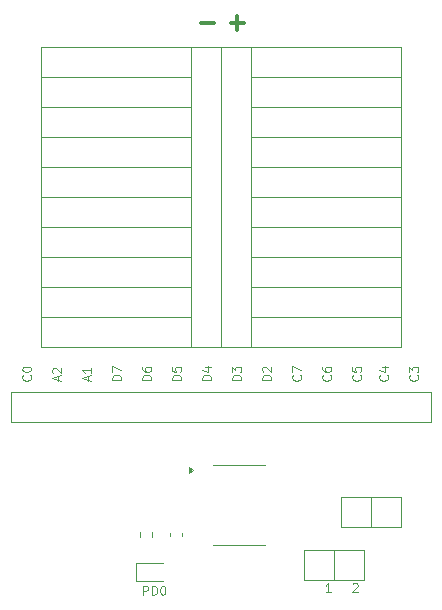
<source format=gbr>
%TF.GenerationSoftware,KiCad,Pcbnew,8.0.5*%
%TF.CreationDate,2024-09-21T17:09:33+02:00*%
%TF.ProjectId,sao_proto,73616f5f-7072-46f7-946f-2e6b69636164,rev?*%
%TF.SameCoordinates,Original*%
%TF.FileFunction,Legend,Top*%
%TF.FilePolarity,Positive*%
%FSLAX46Y46*%
G04 Gerber Fmt 4.6, Leading zero omitted, Abs format (unit mm)*
G04 Created by KiCad (PCBNEW 8.0.5) date 2024-09-21 17:09:33*
%MOMM*%
%LPD*%
G01*
G04 APERTURE LIST*
%ADD10C,0.100000*%
%ADD11C,0.300000*%
%ADD12C,0.120000*%
G04 APERTURE END LIST*
D10*
X152739585Y-103975068D02*
X152775300Y-104010782D01*
X152775300Y-104010782D02*
X152811014Y-104117925D01*
X152811014Y-104117925D02*
X152811014Y-104189353D01*
X152811014Y-104189353D02*
X152775300Y-104296496D01*
X152775300Y-104296496D02*
X152703871Y-104367925D01*
X152703871Y-104367925D02*
X152632442Y-104403639D01*
X152632442Y-104403639D02*
X152489585Y-104439353D01*
X152489585Y-104439353D02*
X152382442Y-104439353D01*
X152382442Y-104439353D02*
X152239585Y-104403639D01*
X152239585Y-104403639D02*
X152168157Y-104367925D01*
X152168157Y-104367925D02*
X152096728Y-104296496D01*
X152096728Y-104296496D02*
X152061014Y-104189353D01*
X152061014Y-104189353D02*
X152061014Y-104117925D01*
X152061014Y-104117925D02*
X152096728Y-104010782D01*
X152096728Y-104010782D02*
X152132442Y-103975068D01*
X152061014Y-103332211D02*
X152061014Y-103475068D01*
X152061014Y-103475068D02*
X152096728Y-103546496D01*
X152096728Y-103546496D02*
X152132442Y-103582211D01*
X152132442Y-103582211D02*
X152239585Y-103653639D01*
X152239585Y-103653639D02*
X152382442Y-103689353D01*
X152382442Y-103689353D02*
X152668157Y-103689353D01*
X152668157Y-103689353D02*
X152739585Y-103653639D01*
X152739585Y-103653639D02*
X152775300Y-103617925D01*
X152775300Y-103617925D02*
X152811014Y-103546496D01*
X152811014Y-103546496D02*
X152811014Y-103403639D01*
X152811014Y-103403639D02*
X152775300Y-103332211D01*
X152775300Y-103332211D02*
X152739585Y-103296496D01*
X152739585Y-103296496D02*
X152668157Y-103260782D01*
X152668157Y-103260782D02*
X152489585Y-103260782D01*
X152489585Y-103260782D02*
X152418157Y-103296496D01*
X152418157Y-103296496D02*
X152382442Y-103332211D01*
X152382442Y-103332211D02*
X152346728Y-103403639D01*
X152346728Y-103403639D02*
X152346728Y-103546496D01*
X152346728Y-103546496D02*
X152382442Y-103617925D01*
X152382442Y-103617925D02*
X152418157Y-103653639D01*
X152418157Y-103653639D02*
X152489585Y-103689353D01*
X157565585Y-103975068D02*
X157601300Y-104010782D01*
X157601300Y-104010782D02*
X157637014Y-104117925D01*
X157637014Y-104117925D02*
X157637014Y-104189353D01*
X157637014Y-104189353D02*
X157601300Y-104296496D01*
X157601300Y-104296496D02*
X157529871Y-104367925D01*
X157529871Y-104367925D02*
X157458442Y-104403639D01*
X157458442Y-104403639D02*
X157315585Y-104439353D01*
X157315585Y-104439353D02*
X157208442Y-104439353D01*
X157208442Y-104439353D02*
X157065585Y-104403639D01*
X157065585Y-104403639D02*
X156994157Y-104367925D01*
X156994157Y-104367925D02*
X156922728Y-104296496D01*
X156922728Y-104296496D02*
X156887014Y-104189353D01*
X156887014Y-104189353D02*
X156887014Y-104117925D01*
X156887014Y-104117925D02*
X156922728Y-104010782D01*
X156922728Y-104010782D02*
X156958442Y-103975068D01*
X157137014Y-103332211D02*
X157637014Y-103332211D01*
X156851300Y-103510782D02*
X157387014Y-103689353D01*
X157387014Y-103689353D02*
X157387014Y-103225068D01*
X132276728Y-104439353D02*
X132276728Y-104082211D01*
X132491014Y-104510782D02*
X131741014Y-104260782D01*
X131741014Y-104260782D02*
X132491014Y-104010782D01*
X132491014Y-103367925D02*
X132491014Y-103796496D01*
X132491014Y-103582211D02*
X131741014Y-103582211D01*
X131741014Y-103582211D02*
X131848157Y-103653639D01*
X131848157Y-103653639D02*
X131919585Y-103725068D01*
X131919585Y-103725068D02*
X131955300Y-103796496D01*
D11*
X144318510Y-74159400D02*
X145461368Y-74159400D01*
X144889939Y-74730828D02*
X144889939Y-73587971D01*
D10*
X137571014Y-104403639D02*
X136821014Y-104403639D01*
X136821014Y-104403639D02*
X136821014Y-104225068D01*
X136821014Y-104225068D02*
X136856728Y-104117925D01*
X136856728Y-104117925D02*
X136928157Y-104046496D01*
X136928157Y-104046496D02*
X136999585Y-104010782D01*
X136999585Y-104010782D02*
X137142442Y-103975068D01*
X137142442Y-103975068D02*
X137249585Y-103975068D01*
X137249585Y-103975068D02*
X137392442Y-104010782D01*
X137392442Y-104010782D02*
X137463871Y-104046496D01*
X137463871Y-104046496D02*
X137535300Y-104117925D01*
X137535300Y-104117925D02*
X137571014Y-104225068D01*
X137571014Y-104225068D02*
X137571014Y-104403639D01*
X136821014Y-103332211D02*
X136821014Y-103475068D01*
X136821014Y-103475068D02*
X136856728Y-103546496D01*
X136856728Y-103546496D02*
X136892442Y-103582211D01*
X136892442Y-103582211D02*
X136999585Y-103653639D01*
X136999585Y-103653639D02*
X137142442Y-103689353D01*
X137142442Y-103689353D02*
X137428157Y-103689353D01*
X137428157Y-103689353D02*
X137499585Y-103653639D01*
X137499585Y-103653639D02*
X137535300Y-103617925D01*
X137535300Y-103617925D02*
X137571014Y-103546496D01*
X137571014Y-103546496D02*
X137571014Y-103403639D01*
X137571014Y-103403639D02*
X137535300Y-103332211D01*
X137535300Y-103332211D02*
X137499585Y-103296496D01*
X137499585Y-103296496D02*
X137428157Y-103260782D01*
X137428157Y-103260782D02*
X137249585Y-103260782D01*
X137249585Y-103260782D02*
X137178157Y-103296496D01*
X137178157Y-103296496D02*
X137142442Y-103332211D01*
X137142442Y-103332211D02*
X137106728Y-103403639D01*
X137106728Y-103403639D02*
X137106728Y-103546496D01*
X137106728Y-103546496D02*
X137142442Y-103617925D01*
X137142442Y-103617925D02*
X137178157Y-103653639D01*
X137178157Y-103653639D02*
X137249585Y-103689353D01*
X127339585Y-103975068D02*
X127375300Y-104010782D01*
X127375300Y-104010782D02*
X127411014Y-104117925D01*
X127411014Y-104117925D02*
X127411014Y-104189353D01*
X127411014Y-104189353D02*
X127375300Y-104296496D01*
X127375300Y-104296496D02*
X127303871Y-104367925D01*
X127303871Y-104367925D02*
X127232442Y-104403639D01*
X127232442Y-104403639D02*
X127089585Y-104439353D01*
X127089585Y-104439353D02*
X126982442Y-104439353D01*
X126982442Y-104439353D02*
X126839585Y-104403639D01*
X126839585Y-104403639D02*
X126768157Y-104367925D01*
X126768157Y-104367925D02*
X126696728Y-104296496D01*
X126696728Y-104296496D02*
X126661014Y-104189353D01*
X126661014Y-104189353D02*
X126661014Y-104117925D01*
X126661014Y-104117925D02*
X126696728Y-104010782D01*
X126696728Y-104010782D02*
X126732442Y-103975068D01*
X126661014Y-103510782D02*
X126661014Y-103439353D01*
X126661014Y-103439353D02*
X126696728Y-103367925D01*
X126696728Y-103367925D02*
X126732442Y-103332211D01*
X126732442Y-103332211D02*
X126803871Y-103296496D01*
X126803871Y-103296496D02*
X126946728Y-103260782D01*
X126946728Y-103260782D02*
X127125300Y-103260782D01*
X127125300Y-103260782D02*
X127268157Y-103296496D01*
X127268157Y-103296496D02*
X127339585Y-103332211D01*
X127339585Y-103332211D02*
X127375300Y-103367925D01*
X127375300Y-103367925D02*
X127411014Y-103439353D01*
X127411014Y-103439353D02*
X127411014Y-103510782D01*
X127411014Y-103510782D02*
X127375300Y-103582211D01*
X127375300Y-103582211D02*
X127339585Y-103617925D01*
X127339585Y-103617925D02*
X127268157Y-103653639D01*
X127268157Y-103653639D02*
X127125300Y-103689353D01*
X127125300Y-103689353D02*
X126946728Y-103689353D01*
X126946728Y-103689353D02*
X126803871Y-103653639D01*
X126803871Y-103653639D02*
X126732442Y-103617925D01*
X126732442Y-103617925D02*
X126696728Y-103582211D01*
X126696728Y-103582211D02*
X126661014Y-103510782D01*
D11*
X141778510Y-74159400D02*
X142921368Y-74159400D01*
D10*
X147731014Y-104403639D02*
X146981014Y-104403639D01*
X146981014Y-104403639D02*
X146981014Y-104225068D01*
X146981014Y-104225068D02*
X147016728Y-104117925D01*
X147016728Y-104117925D02*
X147088157Y-104046496D01*
X147088157Y-104046496D02*
X147159585Y-104010782D01*
X147159585Y-104010782D02*
X147302442Y-103975068D01*
X147302442Y-103975068D02*
X147409585Y-103975068D01*
X147409585Y-103975068D02*
X147552442Y-104010782D01*
X147552442Y-104010782D02*
X147623871Y-104046496D01*
X147623871Y-104046496D02*
X147695300Y-104117925D01*
X147695300Y-104117925D02*
X147731014Y-104225068D01*
X147731014Y-104225068D02*
X147731014Y-104403639D01*
X147052442Y-103689353D02*
X147016728Y-103653639D01*
X147016728Y-103653639D02*
X146981014Y-103582211D01*
X146981014Y-103582211D02*
X146981014Y-103403639D01*
X146981014Y-103403639D02*
X147016728Y-103332211D01*
X147016728Y-103332211D02*
X147052442Y-103296496D01*
X147052442Y-103296496D02*
X147123871Y-103260782D01*
X147123871Y-103260782D02*
X147195300Y-103260782D01*
X147195300Y-103260782D02*
X147302442Y-103296496D01*
X147302442Y-103296496D02*
X147731014Y-103725068D01*
X147731014Y-103725068D02*
X147731014Y-103260782D01*
X154640646Y-121652442D02*
X154676360Y-121616728D01*
X154676360Y-121616728D02*
X154747789Y-121581014D01*
X154747789Y-121581014D02*
X154926360Y-121581014D01*
X154926360Y-121581014D02*
X154997789Y-121616728D01*
X154997789Y-121616728D02*
X155033503Y-121652442D01*
X155033503Y-121652442D02*
X155069217Y-121723871D01*
X155069217Y-121723871D02*
X155069217Y-121795300D01*
X155069217Y-121795300D02*
X155033503Y-121902442D01*
X155033503Y-121902442D02*
X154604931Y-122331014D01*
X154604931Y-122331014D02*
X155069217Y-122331014D01*
X150199585Y-103975068D02*
X150235300Y-104010782D01*
X150235300Y-104010782D02*
X150271014Y-104117925D01*
X150271014Y-104117925D02*
X150271014Y-104189353D01*
X150271014Y-104189353D02*
X150235300Y-104296496D01*
X150235300Y-104296496D02*
X150163871Y-104367925D01*
X150163871Y-104367925D02*
X150092442Y-104403639D01*
X150092442Y-104403639D02*
X149949585Y-104439353D01*
X149949585Y-104439353D02*
X149842442Y-104439353D01*
X149842442Y-104439353D02*
X149699585Y-104403639D01*
X149699585Y-104403639D02*
X149628157Y-104367925D01*
X149628157Y-104367925D02*
X149556728Y-104296496D01*
X149556728Y-104296496D02*
X149521014Y-104189353D01*
X149521014Y-104189353D02*
X149521014Y-104117925D01*
X149521014Y-104117925D02*
X149556728Y-104010782D01*
X149556728Y-104010782D02*
X149592442Y-103975068D01*
X149521014Y-103725068D02*
X149521014Y-103225068D01*
X149521014Y-103225068D02*
X150271014Y-103546496D01*
X135031014Y-104403639D02*
X134281014Y-104403639D01*
X134281014Y-104403639D02*
X134281014Y-104225068D01*
X134281014Y-104225068D02*
X134316728Y-104117925D01*
X134316728Y-104117925D02*
X134388157Y-104046496D01*
X134388157Y-104046496D02*
X134459585Y-104010782D01*
X134459585Y-104010782D02*
X134602442Y-103975068D01*
X134602442Y-103975068D02*
X134709585Y-103975068D01*
X134709585Y-103975068D02*
X134852442Y-104010782D01*
X134852442Y-104010782D02*
X134923871Y-104046496D01*
X134923871Y-104046496D02*
X134995300Y-104117925D01*
X134995300Y-104117925D02*
X135031014Y-104225068D01*
X135031014Y-104225068D02*
X135031014Y-104403639D01*
X134281014Y-103725068D02*
X134281014Y-103225068D01*
X134281014Y-103225068D02*
X135031014Y-103546496D01*
X155279585Y-103975068D02*
X155315300Y-104010782D01*
X155315300Y-104010782D02*
X155351014Y-104117925D01*
X155351014Y-104117925D02*
X155351014Y-104189353D01*
X155351014Y-104189353D02*
X155315300Y-104296496D01*
X155315300Y-104296496D02*
X155243871Y-104367925D01*
X155243871Y-104367925D02*
X155172442Y-104403639D01*
X155172442Y-104403639D02*
X155029585Y-104439353D01*
X155029585Y-104439353D02*
X154922442Y-104439353D01*
X154922442Y-104439353D02*
X154779585Y-104403639D01*
X154779585Y-104403639D02*
X154708157Y-104367925D01*
X154708157Y-104367925D02*
X154636728Y-104296496D01*
X154636728Y-104296496D02*
X154601014Y-104189353D01*
X154601014Y-104189353D02*
X154601014Y-104117925D01*
X154601014Y-104117925D02*
X154636728Y-104010782D01*
X154636728Y-104010782D02*
X154672442Y-103975068D01*
X154601014Y-103296496D02*
X154601014Y-103653639D01*
X154601014Y-103653639D02*
X154958157Y-103689353D01*
X154958157Y-103689353D02*
X154922442Y-103653639D01*
X154922442Y-103653639D02*
X154886728Y-103582211D01*
X154886728Y-103582211D02*
X154886728Y-103403639D01*
X154886728Y-103403639D02*
X154922442Y-103332211D01*
X154922442Y-103332211D02*
X154958157Y-103296496D01*
X154958157Y-103296496D02*
X155029585Y-103260782D01*
X155029585Y-103260782D02*
X155208157Y-103260782D01*
X155208157Y-103260782D02*
X155279585Y-103296496D01*
X155279585Y-103296496D02*
X155315300Y-103332211D01*
X155315300Y-103332211D02*
X155351014Y-103403639D01*
X155351014Y-103403639D02*
X155351014Y-103582211D01*
X155351014Y-103582211D02*
X155315300Y-103653639D01*
X155315300Y-103653639D02*
X155279585Y-103689353D01*
X140111014Y-104403639D02*
X139361014Y-104403639D01*
X139361014Y-104403639D02*
X139361014Y-104225068D01*
X139361014Y-104225068D02*
X139396728Y-104117925D01*
X139396728Y-104117925D02*
X139468157Y-104046496D01*
X139468157Y-104046496D02*
X139539585Y-104010782D01*
X139539585Y-104010782D02*
X139682442Y-103975068D01*
X139682442Y-103975068D02*
X139789585Y-103975068D01*
X139789585Y-103975068D02*
X139932442Y-104010782D01*
X139932442Y-104010782D02*
X140003871Y-104046496D01*
X140003871Y-104046496D02*
X140075300Y-104117925D01*
X140075300Y-104117925D02*
X140111014Y-104225068D01*
X140111014Y-104225068D02*
X140111014Y-104403639D01*
X139361014Y-103296496D02*
X139361014Y-103653639D01*
X139361014Y-103653639D02*
X139718157Y-103689353D01*
X139718157Y-103689353D02*
X139682442Y-103653639D01*
X139682442Y-103653639D02*
X139646728Y-103582211D01*
X139646728Y-103582211D02*
X139646728Y-103403639D01*
X139646728Y-103403639D02*
X139682442Y-103332211D01*
X139682442Y-103332211D02*
X139718157Y-103296496D01*
X139718157Y-103296496D02*
X139789585Y-103260782D01*
X139789585Y-103260782D02*
X139968157Y-103260782D01*
X139968157Y-103260782D02*
X140039585Y-103296496D01*
X140039585Y-103296496D02*
X140075300Y-103332211D01*
X140075300Y-103332211D02*
X140111014Y-103403639D01*
X140111014Y-103403639D02*
X140111014Y-103582211D01*
X140111014Y-103582211D02*
X140075300Y-103653639D01*
X140075300Y-103653639D02*
X140039585Y-103689353D01*
X142651014Y-104403639D02*
X141901014Y-104403639D01*
X141901014Y-104403639D02*
X141901014Y-104225068D01*
X141901014Y-104225068D02*
X141936728Y-104117925D01*
X141936728Y-104117925D02*
X142008157Y-104046496D01*
X142008157Y-104046496D02*
X142079585Y-104010782D01*
X142079585Y-104010782D02*
X142222442Y-103975068D01*
X142222442Y-103975068D02*
X142329585Y-103975068D01*
X142329585Y-103975068D02*
X142472442Y-104010782D01*
X142472442Y-104010782D02*
X142543871Y-104046496D01*
X142543871Y-104046496D02*
X142615300Y-104117925D01*
X142615300Y-104117925D02*
X142651014Y-104225068D01*
X142651014Y-104225068D02*
X142651014Y-104403639D01*
X142151014Y-103332211D02*
X142651014Y-103332211D01*
X141865300Y-103510782D02*
X142401014Y-103689353D01*
X142401014Y-103689353D02*
X142401014Y-103225068D01*
X145191014Y-104403639D02*
X144441014Y-104403639D01*
X144441014Y-104403639D02*
X144441014Y-104225068D01*
X144441014Y-104225068D02*
X144476728Y-104117925D01*
X144476728Y-104117925D02*
X144548157Y-104046496D01*
X144548157Y-104046496D02*
X144619585Y-104010782D01*
X144619585Y-104010782D02*
X144762442Y-103975068D01*
X144762442Y-103975068D02*
X144869585Y-103975068D01*
X144869585Y-103975068D02*
X145012442Y-104010782D01*
X145012442Y-104010782D02*
X145083871Y-104046496D01*
X145083871Y-104046496D02*
X145155300Y-104117925D01*
X145155300Y-104117925D02*
X145191014Y-104225068D01*
X145191014Y-104225068D02*
X145191014Y-104403639D01*
X144441014Y-103725068D02*
X144441014Y-103260782D01*
X144441014Y-103260782D02*
X144726728Y-103510782D01*
X144726728Y-103510782D02*
X144726728Y-103403639D01*
X144726728Y-103403639D02*
X144762442Y-103332211D01*
X144762442Y-103332211D02*
X144798157Y-103296496D01*
X144798157Y-103296496D02*
X144869585Y-103260782D01*
X144869585Y-103260782D02*
X145048157Y-103260782D01*
X145048157Y-103260782D02*
X145119585Y-103296496D01*
X145119585Y-103296496D02*
X145155300Y-103332211D01*
X145155300Y-103332211D02*
X145191014Y-103403639D01*
X145191014Y-103403639D02*
X145191014Y-103617925D01*
X145191014Y-103617925D02*
X145155300Y-103689353D01*
X145155300Y-103689353D02*
X145119585Y-103725068D01*
X136896360Y-122585014D02*
X136896360Y-121835014D01*
X136896360Y-121835014D02*
X137182074Y-121835014D01*
X137182074Y-121835014D02*
X137253503Y-121870728D01*
X137253503Y-121870728D02*
X137289217Y-121906442D01*
X137289217Y-121906442D02*
X137324931Y-121977871D01*
X137324931Y-121977871D02*
X137324931Y-122085014D01*
X137324931Y-122085014D02*
X137289217Y-122156442D01*
X137289217Y-122156442D02*
X137253503Y-122192157D01*
X137253503Y-122192157D02*
X137182074Y-122227871D01*
X137182074Y-122227871D02*
X136896360Y-122227871D01*
X137646360Y-122585014D02*
X137646360Y-121835014D01*
X137646360Y-121835014D02*
X137824931Y-121835014D01*
X137824931Y-121835014D02*
X137932074Y-121870728D01*
X137932074Y-121870728D02*
X138003503Y-121942157D01*
X138003503Y-121942157D02*
X138039217Y-122013585D01*
X138039217Y-122013585D02*
X138074931Y-122156442D01*
X138074931Y-122156442D02*
X138074931Y-122263585D01*
X138074931Y-122263585D02*
X138039217Y-122406442D01*
X138039217Y-122406442D02*
X138003503Y-122477871D01*
X138003503Y-122477871D02*
X137932074Y-122549300D01*
X137932074Y-122549300D02*
X137824931Y-122585014D01*
X137824931Y-122585014D02*
X137646360Y-122585014D01*
X138539217Y-121835014D02*
X138610646Y-121835014D01*
X138610646Y-121835014D02*
X138682074Y-121870728D01*
X138682074Y-121870728D02*
X138717789Y-121906442D01*
X138717789Y-121906442D02*
X138753503Y-121977871D01*
X138753503Y-121977871D02*
X138789217Y-122120728D01*
X138789217Y-122120728D02*
X138789217Y-122299300D01*
X138789217Y-122299300D02*
X138753503Y-122442157D01*
X138753503Y-122442157D02*
X138717789Y-122513585D01*
X138717789Y-122513585D02*
X138682074Y-122549300D01*
X138682074Y-122549300D02*
X138610646Y-122585014D01*
X138610646Y-122585014D02*
X138539217Y-122585014D01*
X138539217Y-122585014D02*
X138467789Y-122549300D01*
X138467789Y-122549300D02*
X138432074Y-122513585D01*
X138432074Y-122513585D02*
X138396360Y-122442157D01*
X138396360Y-122442157D02*
X138360646Y-122299300D01*
X138360646Y-122299300D02*
X138360646Y-122120728D01*
X138360646Y-122120728D02*
X138396360Y-121977871D01*
X138396360Y-121977871D02*
X138432074Y-121906442D01*
X138432074Y-121906442D02*
X138467789Y-121870728D01*
X138467789Y-121870728D02*
X138539217Y-121835014D01*
X160105585Y-103975068D02*
X160141300Y-104010782D01*
X160141300Y-104010782D02*
X160177014Y-104117925D01*
X160177014Y-104117925D02*
X160177014Y-104189353D01*
X160177014Y-104189353D02*
X160141300Y-104296496D01*
X160141300Y-104296496D02*
X160069871Y-104367925D01*
X160069871Y-104367925D02*
X159998442Y-104403639D01*
X159998442Y-104403639D02*
X159855585Y-104439353D01*
X159855585Y-104439353D02*
X159748442Y-104439353D01*
X159748442Y-104439353D02*
X159605585Y-104403639D01*
X159605585Y-104403639D02*
X159534157Y-104367925D01*
X159534157Y-104367925D02*
X159462728Y-104296496D01*
X159462728Y-104296496D02*
X159427014Y-104189353D01*
X159427014Y-104189353D02*
X159427014Y-104117925D01*
X159427014Y-104117925D02*
X159462728Y-104010782D01*
X159462728Y-104010782D02*
X159498442Y-103975068D01*
X159427014Y-103725068D02*
X159427014Y-103260782D01*
X159427014Y-103260782D02*
X159712728Y-103510782D01*
X159712728Y-103510782D02*
X159712728Y-103403639D01*
X159712728Y-103403639D02*
X159748442Y-103332211D01*
X159748442Y-103332211D02*
X159784157Y-103296496D01*
X159784157Y-103296496D02*
X159855585Y-103260782D01*
X159855585Y-103260782D02*
X160034157Y-103260782D01*
X160034157Y-103260782D02*
X160105585Y-103296496D01*
X160105585Y-103296496D02*
X160141300Y-103332211D01*
X160141300Y-103332211D02*
X160177014Y-103403639D01*
X160177014Y-103403639D02*
X160177014Y-103617925D01*
X160177014Y-103617925D02*
X160141300Y-103689353D01*
X160141300Y-103689353D02*
X160105585Y-103725068D01*
X152783217Y-122331014D02*
X152354646Y-122331014D01*
X152568931Y-122331014D02*
X152568931Y-121581014D01*
X152568931Y-121581014D02*
X152497503Y-121688157D01*
X152497503Y-121688157D02*
X152426074Y-121759585D01*
X152426074Y-121759585D02*
X152354646Y-121795300D01*
X129736728Y-104439353D02*
X129736728Y-104082211D01*
X129951014Y-104510782D02*
X129201014Y-104260782D01*
X129201014Y-104260782D02*
X129951014Y-104010782D01*
X129272442Y-103796496D02*
X129236728Y-103760782D01*
X129236728Y-103760782D02*
X129201014Y-103689354D01*
X129201014Y-103689354D02*
X129201014Y-103510782D01*
X129201014Y-103510782D02*
X129236728Y-103439354D01*
X129236728Y-103439354D02*
X129272442Y-103403639D01*
X129272442Y-103403639D02*
X129343871Y-103367925D01*
X129343871Y-103367925D02*
X129415300Y-103367925D01*
X129415300Y-103367925D02*
X129522442Y-103403639D01*
X129522442Y-103403639D02*
X129951014Y-103832211D01*
X129951014Y-103832211D02*
X129951014Y-103367925D01*
D12*
%TO.C,C1*%
X139190000Y-117615580D02*
X139190000Y-117334420D01*
X140210000Y-117615580D02*
X140210000Y-117334420D01*
D10*
%TO.C,REF\u002A\u002A*%
X143515000Y-76200000D02*
X146055000Y-76200000D01*
X143515000Y-101600000D02*
X143515000Y-76200000D01*
X146055000Y-76200000D02*
X146055000Y-101600000D01*
X146055000Y-101600000D02*
X143515000Y-101600000D01*
X128275000Y-86360000D02*
X140975000Y-86360000D01*
X128275000Y-88900000D02*
X128275000Y-86360000D01*
X140975000Y-86360000D02*
X140975000Y-88900000D01*
X140975000Y-88900000D02*
X128275000Y-88900000D01*
X146050000Y-88900000D02*
X158750000Y-88900000D01*
X146050000Y-91440000D02*
X146050000Y-88900000D01*
X158750000Y-88900000D02*
X158750000Y-91440000D01*
X158750000Y-91440000D02*
X146050000Y-91440000D01*
X128275000Y-76200000D02*
X140975000Y-76200000D01*
X128275000Y-78740000D02*
X128275000Y-76200000D01*
X140975000Y-76200000D02*
X140975000Y-78740000D01*
X140975000Y-78740000D02*
X128275000Y-78740000D01*
X146050000Y-76200000D02*
X158750000Y-76200000D01*
X146050000Y-78740000D02*
X146050000Y-76200000D01*
X158750000Y-76200000D02*
X158750000Y-78740000D01*
X158750000Y-78740000D02*
X146050000Y-78740000D01*
X128275000Y-91440000D02*
X140975000Y-91440000D01*
X128275000Y-93980000D02*
X128275000Y-91440000D01*
X140975000Y-91440000D02*
X140975000Y-93980000D01*
X140975000Y-93980000D02*
X128275000Y-93980000D01*
%TO.C,J2*%
X153665000Y-114300000D02*
X158745000Y-114300000D01*
X153665000Y-116840000D02*
X153665000Y-114300000D01*
X156205000Y-116840000D02*
X156205000Y-114300000D01*
X158745000Y-114300000D02*
X158745000Y-116840000D01*
X158745000Y-116840000D02*
X153665000Y-116840000D01*
%TO.C,REF\u002A\u002A*%
X146050000Y-78740000D02*
X158750000Y-78740000D01*
X146050000Y-81280000D02*
X146050000Y-78740000D01*
X158750000Y-78740000D02*
X158750000Y-81280000D01*
X158750000Y-81280000D02*
X146050000Y-81280000D01*
X128275000Y-78740000D02*
X140975000Y-78740000D01*
X128275000Y-81280000D02*
X128275000Y-78740000D01*
X140975000Y-78740000D02*
X140975000Y-81280000D01*
X140975000Y-81280000D02*
X128275000Y-81280000D01*
X146050000Y-96520000D02*
X158750000Y-96520000D01*
X146050000Y-99060000D02*
X146050000Y-96520000D01*
X158750000Y-96520000D02*
X158750000Y-99060000D01*
X158750000Y-99060000D02*
X146050000Y-99060000D01*
D12*
%TO.C,U1*%
X144987500Y-111550000D02*
X142787500Y-111550000D01*
X144987500Y-111550000D02*
X147187500Y-111550000D01*
X144987500Y-118320000D02*
X142787500Y-118320000D01*
X144987500Y-118320000D02*
X147187500Y-118320000D01*
X141127500Y-112010000D02*
X140797500Y-112250000D01*
X140797500Y-111770000D01*
X141127500Y-112010000D01*
G36*
X141127500Y-112010000D02*
G01*
X140797500Y-112250000D01*
X140797500Y-111770000D01*
X141127500Y-112010000D01*
G37*
%TO.C,D1*%
X136310000Y-119915000D02*
X136310000Y-121385000D01*
X136310000Y-121385000D02*
X138595000Y-121385000D01*
X138595000Y-119915000D02*
X136310000Y-119915000D01*
D10*
%TO.C,REF\u002A\u002A*%
X128275000Y-99060000D02*
X140975000Y-99060000D01*
X128275000Y-101600000D02*
X128275000Y-99060000D01*
X140975000Y-99060000D02*
X140975000Y-101600000D01*
X140975000Y-101600000D02*
X128275000Y-101600000D01*
X128275000Y-96520000D02*
X140975000Y-96520000D01*
X128275000Y-99060000D02*
X128275000Y-96520000D01*
X140975000Y-96520000D02*
X140975000Y-99060000D01*
X140975000Y-99060000D02*
X128275000Y-99060000D01*
X146050000Y-86360000D02*
X158750000Y-86360000D01*
X146050000Y-88900000D02*
X146050000Y-86360000D01*
X158750000Y-86360000D02*
X158750000Y-88900000D01*
X158750000Y-88900000D02*
X146050000Y-88900000D01*
X146050000Y-81280000D02*
X158750000Y-81280000D01*
X146050000Y-83820000D02*
X146050000Y-81280000D01*
X158750000Y-81280000D02*
X158750000Y-83820000D01*
X158750000Y-83820000D02*
X146050000Y-83820000D01*
X128275000Y-93980000D02*
X140975000Y-93980000D01*
X128275000Y-96520000D02*
X128275000Y-93980000D01*
X140975000Y-93980000D02*
X140975000Y-96520000D01*
X140975000Y-96520000D02*
X128275000Y-96520000D01*
X140975000Y-76200000D02*
X143515000Y-76200000D01*
X140975000Y-101600000D02*
X140975000Y-76200000D01*
X143515000Y-76200000D02*
X143515000Y-101600000D01*
X143515000Y-101600000D02*
X140975000Y-101600000D01*
X146050000Y-93980000D02*
X158750000Y-93980000D01*
X146050000Y-96520000D02*
X146050000Y-93980000D01*
X158750000Y-93980000D02*
X158750000Y-96520000D01*
X158750000Y-96520000D02*
X146050000Y-96520000D01*
X146050000Y-99060000D02*
X158750000Y-99060000D01*
X146050000Y-101600000D02*
X146050000Y-99060000D01*
X158750000Y-99060000D02*
X158750000Y-101600000D01*
X158750000Y-101600000D02*
X146050000Y-101600000D01*
%TO.C,J4*%
X125730000Y-105410000D02*
X161290000Y-105410000D01*
X125730000Y-107950000D02*
X125730000Y-105410000D01*
X161290000Y-105410000D02*
X161290000Y-107950000D01*
X161290000Y-107950000D02*
X125730000Y-107950000D01*
%TO.C,REF\u002A\u002A*%
X128275000Y-81280000D02*
X140975000Y-81280000D01*
X128275000Y-83820000D02*
X128275000Y-81280000D01*
X140975000Y-81280000D02*
X140975000Y-83820000D01*
X140975000Y-83820000D02*
X128275000Y-83820000D01*
D12*
%TO.C,R2*%
X136637500Y-117712258D02*
X136637500Y-117237742D01*
X137682500Y-117712258D02*
X137682500Y-117237742D01*
D10*
%TO.C,REF\u002A\u002A*%
X128275000Y-83820000D02*
X140975000Y-83820000D01*
X128275000Y-86360000D02*
X128275000Y-83820000D01*
X140975000Y-83820000D02*
X140975000Y-86360000D01*
X140975000Y-86360000D02*
X128275000Y-86360000D01*
X146050000Y-83820000D02*
X158750000Y-83820000D01*
X146050000Y-86360000D02*
X146050000Y-83820000D01*
X158750000Y-83820000D02*
X158750000Y-86360000D01*
X158750000Y-86360000D02*
X146050000Y-86360000D01*
X146050000Y-91440000D02*
X158750000Y-91440000D01*
X146050000Y-93980000D02*
X146050000Y-91440000D01*
X158750000Y-91440000D02*
X158750000Y-93980000D01*
X158750000Y-93980000D02*
X146050000Y-93980000D01*
%TO.C,J3*%
X150500000Y-118745000D02*
X155580000Y-118745000D01*
X150500000Y-121285000D02*
X150500000Y-118745000D01*
X153040000Y-118745000D02*
X153040000Y-121285000D01*
X155580000Y-118745000D02*
X155580000Y-121285000D01*
X155580000Y-121285000D02*
X150500000Y-121285000D01*
%TO.C,REF\u002A\u002A*%
X128275000Y-88900000D02*
X140975000Y-88900000D01*
X128275000Y-91440000D02*
X128275000Y-88900000D01*
X140975000Y-88900000D02*
X140975000Y-91440000D01*
X140975000Y-91440000D02*
X128275000Y-91440000D01*
%TD*%
M02*

</source>
